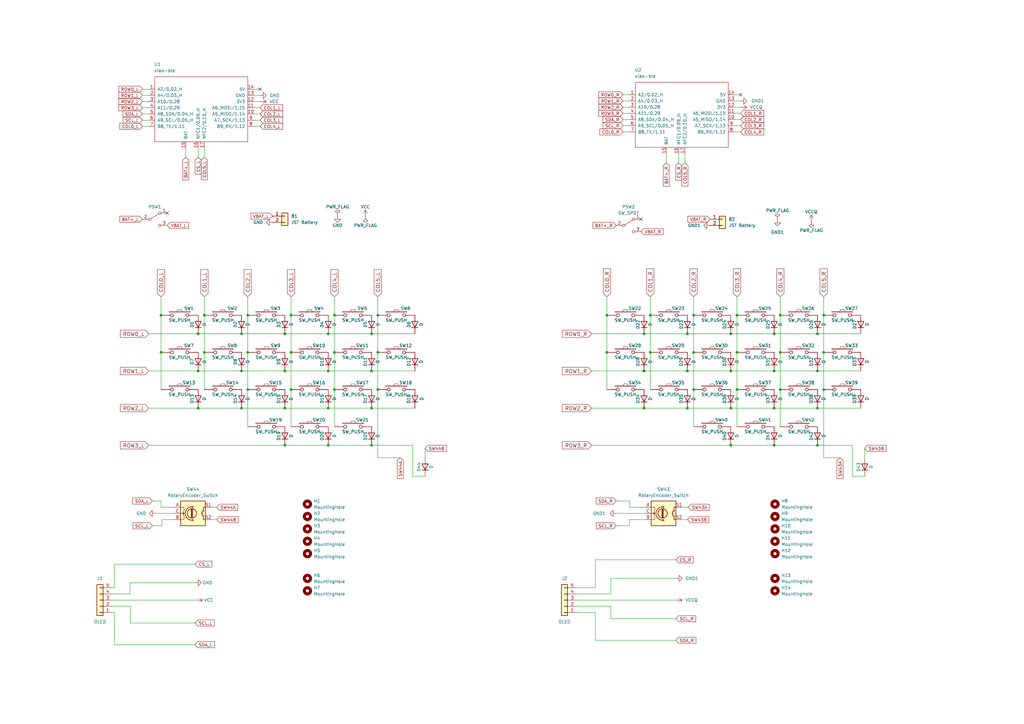
<source format=kicad_sch>
(kicad_sch (version 20231120) (generator "eeschema") (generator_version "8.0")
  (paper "A3")
  (title_block (title "Corne Xiao") (date "2024-09-09") (rev "1.1") (company "Author : Friction"))
  (junction (at 116.84 136.906))
  (junction (at 101.6 144.526))
  (junction (at 317.5 152.146))
  (junction (at 134.62 167.386))
  (junction (at 284.48 159.766))
  (junction (at 299.72 167.386))
  (junction (at 264.16 167.386))
  (junction (at 137.16 159.766))
  (junction (at 264.16 136.906))
  (junction (at 337.82 159.766))
  (junction (at 335.28 152.146))
  (junction (at 152.4 152.146))
  (junction (at 152.4 136.906))
  (junction (at 284.48 144.526))
  (junction (at 154.94 159.766))
  (junction (at 248.92 129.286))
  (junction (at 266.7 144.526))
  (junction (at 116.84 167.386))
  (junction (at 152.4 167.386))
  (junction (at 335.28 136.906))
  (junction (at 83.82 144.526))
  (junction (at 302.26 129.286))
  (junction (at 281.94 167.386))
  (junction (at 134.62 136.906))
  (junction (at 248.92 144.526))
  (junction (at 154.94 129.286))
  (junction (at 81.28 167.386))
  (junction (at 317.5 167.386))
  (junction (at 302.26 159.766))
  (junction (at 266.7 129.286))
  (junction (at 116.84 182.626))
  (junction (at 299.72 182.626))
  (junction (at 134.62 152.146))
  (junction (at 320.04 159.766))
  (junction (at 119.38 144.526))
  (junction (at 119.38 129.286))
  (junction (at 81.28 152.146))
  (junction (at 317.5 182.626))
  (junction (at 81.28 136.906))
  (junction (at 281.94 136.906))
  (junction (at 119.38 159.766))
  (junction (at 137.16 129.286))
  (junction (at 281.94 152.146))
  (junction (at 320.04 144.526))
  (junction (at 154.94 144.526))
  (junction (at 83.82 129.286))
  (junction (at 152.4 182.626))
  (junction (at 101.6 129.286))
  (junction (at 66.04 144.526))
  (junction (at 134.62 182.626))
  (junction (at 99.06 152.146))
  (junction (at 299.72 152.146))
  (junction (at 299.72 136.906))
  (junction (at 337.82 129.286))
  (junction (at 335.28 167.386))
  (junction (at 320.04 129.286))
  (junction (at 66.04 129.286))
  (junction (at 264.16 152.146))
  (junction (at 116.84 152.146))
  (junction (at 302.26 144.526))
  (junction (at 284.48 129.286))
  (junction (at 137.16 144.526))
  (junction (at 99.06 167.386))
  (junction (at 335.28 182.626))
  (junction (at 99.06 136.906))
  (junction (at 101.6 159.766))
  (junction (at 317.5 136.906))
  (junction (at 337.82 144.526))
  (no_connect (at 106.68 36.576))
  (no_connect (at 68.58 87.376))
  (no_connect (at 303.784 38.862))
  (no_connect (at 262.89 89.916))
  (wire (pts (xy 266.7 144.526) (xy 266.7 159.766)))
  (wire (pts (xy 66.04 121.666) (xy 66.04 129.286)))
  (wire (pts (xy 248.92 121.666) (xy 248.92 129.286)))
  (wire (pts (xy 81.28 136.906) (xy 99.06 136.906)))
  (wire (pts (xy 152.4 152.146) (xy 170.18 152.146)))
  (wire (pts (xy 301.244 43.942) (xy 303.784 43.942)))
  (wire (pts (xy 250.5511 248.666) (xy 250.5511 253.746)))
  (wire (pts (xy 337.82 159.766) (xy 337.82 187.706)))
  (wire (pts (xy 236.5811 248.666) (xy 250.5511 248.666)))
  (wire (pts (xy 62.484 205.486) (xy 66.04 205.486)))
  (wire (pts (xy 244.2011 262.636) (xy 277.2211 262.636)))
  (wire (pts (xy 66.04 129.286) (xy 66.04 144.526)))
  (wire (pts (xy 264.16 167.386) (xy 281.94 167.386)))
  (wire (pts (xy 169.2711 195.326) (xy 169.2711 182.626)))
  (wire (pts (xy 119.38 159.766) (xy 119.38 175.006)))
  (wire (pts (xy 250.5511 243.586) (xy 250.5511 237.236)))
  (wire (pts (xy 337.82 187.706) (xy 344.5311 187.706)))
  (wire (pts (xy 137.16 129.286) (xy 137.16 144.526)))
  (wire (pts (xy 264.16 152.146) (xy 281.94 152.146)))
  (wire (pts (xy 301.244 51.562) (xy 303.784 51.562)))
  (wire (pts (xy 335.28 152.146) (xy 353.06 152.146)))
  (wire (pts (xy 134.62 182.626) (xy 152.4 182.626)))
  (wire (pts (xy 99.06 167.386) (xy 116.84 167.386)))
  (wire (pts (xy 81.28 167.386) (xy 99.06 167.386)))
  (wire (pts (xy 317.5 182.626) (xy 335.28 182.626)))
  (wire (pts (xy 244.2011 241.046) (xy 244.2011 229.616)))
  (wire (pts (xy 320.04 159.766) (xy 320.04 175.006)))
  (wire (pts (xy 83.82 60.706) (xy 83.82 64.516)))
  (wire (pts (xy 252.73 205.486) (xy 258.1711 205.486)))
  (wire (pts (xy 101.6 159.766) (xy 101.6 175.006)))
  (wire (pts (xy 46.0811 251.206) (xy 46.99 251.206)))
  (wire (pts (xy 280.924 62.992) (xy 280.924 66.802)))
  (wire (pts (xy 46.99 264.414) (xy 80.01 264.414)))
  (wire (pts (xy 284.48 121.666) (xy 284.48 129.286)))
  (wire (pts (xy 335.28 136.906) (xy 353.06 136.906)))
  (wire (pts (xy 101.6 129.286) (xy 101.6 144.526)))
  (wire (pts (xy 60.96 136.906) (xy 81.28 136.906)))
  (wire (pts (xy 152.4 167.386) (xy 170.18 167.386)))
  (wire (pts (xy 236.5811 243.586) (xy 250.5511 243.586)))
  (wire (pts (xy 236.5811 251.206) (xy 244.2011 251.206)))
  (wire (pts (xy 99.06 152.146) (xy 116.84 152.146)))
  (wire (pts (xy 154.94 144.526) (xy 154.94 159.766)))
  (wire (pts (xy 53.34 243.586) (xy 53.34 239.014)))
  (wire (pts (xy 255.524 51.562) (xy 258.064 51.562)))
  (wire (pts (xy 301.244 54.102) (xy 303.784 54.102)))
  (wire (pts (xy 46.99 231.394) (xy 80.01 231.394)))
  (wire (pts (xy 76.2 60.706) (xy 76.2 64.516)))
  (wire (pts (xy 81.28 60.706) (xy 81.28 64.516)))
  (wire (pts (xy 242.57 152.146) (xy 264.16 152.146)))
  (wire (pts (xy 255.524 54.102) (xy 258.064 54.102)))
  (wire (pts (xy 66.04 208.026) (xy 71.4811 208.026)))
  (wire (pts (xy 58.42 49.276) (xy 60.96 49.276)))
  (wire (pts (xy 299.72 136.906) (xy 317.5 136.906)))
  (wire (pts (xy 66.04 205.486) (xy 66.04 208.026)))
  (wire (pts (xy 66.04 144.526) (xy 66.04 159.766)))
  (wire (pts (xy 317.5 167.386) (xy 335.28 167.386)))
  (wire (pts (xy 242.57 136.906) (xy 264.16 136.906)))
  (wire (pts (xy 119.38 121.666) (xy 119.38 129.286)))
  (wire (pts (xy 174.3511 183.896) (xy 174.3511 187.706)))
  (wire (pts (xy 255.524 49.022) (xy 258.064 49.022)))
  (wire (pts (xy 320.04 129.286) (xy 320.04 144.526)))
  (wire (pts (xy 60.96 182.626) (xy 116.84 182.626)))
  (wire (pts (xy 83.82 144.526) (xy 83.82 159.766)))
  (wire (pts (xy 99.06 136.906) (xy 116.84 136.906)))
  (wire (pts (xy 134.62 136.906) (xy 152.4 136.906)))
  (wire (pts (xy 252.73 215.646) (xy 258.1711 215.646)))
  (wire (pts (xy 302.26 121.666) (xy 302.26 129.286)))
  (wire (pts (xy 248.92 129.286) (xy 248.92 144.526)))
  (wire (pts (xy 284.48 144.526) (xy 284.48 159.766)))
  (wire (pts (xy 264.16 136.906) (xy 281.94 136.906)))
  (wire (pts (xy 266.7 121.666) (xy 266.7 129.286)))
  (wire (pts (xy 46.0811 241.046) (xy 46.99 241.046)))
  (wire (pts (xy 279.7611 213.106) (xy 281.94 213.106)))
  (wire (pts (xy 284.48 159.766) (xy 284.48 175.006)))
  (wire (pts (xy 104.14 49.276) (xy 106.68 49.276)))
  (wire (pts (xy 104.14 41.656) (xy 106.68 41.656)))
  (wire (pts (xy 116.84 182.626) (xy 134.62 182.626)))
  (wire (pts (xy 58.42 36.576) (xy 60.96 36.576)))
  (wire (pts (xy 58.42 44.196) (xy 60.96 44.196)))
  (wire (pts (xy 104.14 39.116) (xy 106.68 39.116)))
  (wire (pts (xy 46.0811 248.666) (xy 53.4869 248.666)))
  (wire (pts (xy 281.94 167.386) (xy 299.72 167.386)))
  (wire (pts (xy 258.1711 208.026) (xy 258.1711 205.486)))
  (wire (pts (xy 152.4 136.906) (xy 170.18 136.906)))
  (wire (pts (xy 58.42 51.816) (xy 60.96 51.816)))
  (wire (pts (xy 255.524 43.942) (xy 258.064 43.942)))
  (wire (pts (xy 354.6911 183.896) (xy 354.6911 187.706)))
  (wire (pts (xy 119.38 129.286) (xy 119.38 144.526)))
  (wire (pts (xy 317.5 152.146) (xy 335.28 152.146)))
  (wire (pts (xy 154.94 159.766) (xy 154.94 187.706)))
  (wire (pts (xy 104.14 36.576) (xy 106.68 36.576)))
  (wire (pts (xy 258.1711 215.646) (xy 258.1711 213.106)))
  (wire (pts (xy 244.2011 229.616) (xy 277.2211 229.616)))
  (wire (pts (xy 81.28 152.146) (xy 99.06 152.146)))
  (wire (pts (xy 46.0811 246.126) (xy 80.518 246.126)))
  (wire (pts (xy 279.7611 208.026) (xy 282.3011 208.026)))
  (wire (pts (xy 255.524 41.402) (xy 258.064 41.402)))
  (wire (pts (xy 349.6111 195.326) (xy 354.6911 195.326)))
  (wire (pts (xy 58.42 41.656) (xy 60.96 41.656)))
  (wire (pts (xy 66.4011 215.646) (xy 66.4011 213.106)))
  (wire (pts (xy 250.5511 237.236) (xy 277.2211 237.236)))
  (wire (pts (xy 236.5811 246.126) (xy 277.2211 246.126)))
  (wire (pts (xy 266.7 129.286) (xy 266.7 144.526)))
  (wire (pts (xy 58.42 39.116) (xy 60.96 39.116)))
  (wire (pts (xy 154.94 187.706) (xy 164.1911 187.706)))
  (wire (pts (xy 349.6111 195.326) (xy 349.6111 182.626)))
  (wire (pts (xy 104.14 46.736) (xy 106.68 46.736)))
  (wire (pts (xy 104.14 51.816) (xy 106.68 51.816)))
  (wire (pts (xy 302.26 159.766) (xy 302.26 175.006)))
  (wire (pts (xy 83.82 129.286) (xy 83.82 144.526)))
  (wire (pts (xy 53.4869 255.524) (xy 80.01 255.524)))
  (wire (pts (xy 317.5 136.906) (xy 335.28 136.906)))
  (wire (pts (xy 255.524 38.862) (xy 258.064 38.862)))
  (wire (pts (xy 66.4011 213.106) (xy 71.4811 213.106)))
  (wire (pts (xy 46.99 251.206) (xy 46.99 264.414)))
  (wire (pts (xy 46.0811 243.586) (xy 53.34 243.586)))
  (wire (pts (xy 83.82 121.666) (xy 83.82 129.286)))
  (wire (pts (xy 337.82 121.666) (xy 337.82 129.286)))
  (wire (pts (xy 53.4869 248.666) (xy 53.4869 255.524)))
  (wire (pts (xy 299.72 182.626) (xy 317.5 182.626)))
  (wire (pts (xy 299.72 152.146) (xy 317.5 152.146)))
  (wire (pts (xy 349.6111 182.626) (xy 335.28 182.626)))
  (wire (pts (xy 101.6 144.526) (xy 101.6 159.766)))
  (wire (pts (xy 255.524 46.482) (xy 258.064 46.482)))
  (wire (pts (xy 116.84 136.906) (xy 134.62 136.906)))
  (wire (pts (xy 302.26 144.526) (xy 302.26 159.766)))
  (wire (pts (xy 337.82 144.526) (xy 337.82 159.766)))
  (wire (pts (xy 302.26 129.286) (xy 302.26 144.526)))
  (wire (pts (xy 301.244 46.482) (xy 303.784 46.482)))
  (wire (pts (xy 119.38 144.526) (xy 119.38 159.766)))
  (wire (pts (xy 301.244 41.402) (xy 303.784 41.402)))
  (wire (pts (xy 281.94 152.146) (xy 299.72 152.146)))
  (wire (pts (xy 299.72 167.386) (xy 317.5 167.386)))
  (wire (pts (xy 46.99 241.046) (xy 46.99 231.394)))
  (wire (pts (xy 62.484 215.646) (xy 66.4011 215.646)))
  (wire (pts (xy 137.16 121.666) (xy 137.16 129.286)))
  (wire (pts (xy 60.96 167.386) (xy 81.28 167.386)))
  (wire (pts (xy 337.82 129.286) (xy 337.82 144.526)))
  (wire (pts (xy 242.57 167.386) (xy 264.16 167.386)))
  (wire (pts (xy 134.62 167.386) (xy 152.4 167.386)))
  (wire (pts (xy 250.5511 253.746) (xy 277.2211 253.746)))
  (wire (pts (xy 58.42 46.736) (xy 60.96 46.736)))
  (wire (pts (xy 320.04 144.526) (xy 320.04 159.766)))
  (wire (pts (xy 169.2711 195.326) (xy 174.3511 195.326)))
  (wire (pts (xy 264.5211 208.026) (xy 258.1711 208.026)))
  (wire (pts (xy 116.84 167.386) (xy 134.62 167.386)))
  (wire (pts (xy 88.9 208.026) (xy 86.7211 208.026)))
  (wire (pts (xy 335.28 167.386) (xy 353.06 167.386)))
  (wire (pts (xy 60.96 152.146) (xy 81.28 152.146)))
  (wire (pts (xy 86.7211 213.106) (xy 88.9 213.106)))
  (wire (pts (xy 320.04 121.666) (xy 320.04 129.286)))
  (wire (pts (xy 101.6 121.666) (xy 101.6 129.286)))
  (wire (pts (xy 104.14 44.196) (xy 106.68 44.196)))
  (wire (pts (xy 242.57 182.626) (xy 299.72 182.626)))
  (wire (pts (xy 154.94 129.286) (xy 154.94 144.526)))
  (wire (pts (xy 273.304 62.992) (xy 273.304 66.802)))
  (wire (pts (xy 236.5811 241.046) (xy 244.2011 241.046)))
  (wire (pts (xy 258.1711 213.106) (xy 264.5211 213.106)))
  (wire (pts (xy 278.384 62.992) (xy 278.384 66.802)))
  (wire (pts (xy 244.2011 251.206) (xy 244.2011 262.636)))
  (wire (pts (xy 303.784 38.862) (xy 301.244 38.862)))
  (wire (pts (xy 137.16 144.526) (xy 137.16 159.766)))
  (wire (pts (xy 63.754 210.566) (xy 71.4811 210.566)))
  (wire (pts (xy 284.48 129.286) (xy 284.48 144.526)))
  (wire (pts (xy 53.34 239.014) (xy 80.01 239.014)))
  (wire (pts (xy 301.244 49.022) (xy 303.784 49.022)))
  (wire (pts (xy 116.84 152.146) (xy 134.62 152.146)))
  (wire (pts (xy 248.92 144.526) (xy 248.92 159.766)))
  (wire (pts (xy 134.62 152.146) (xy 152.4 152.146)))
  (wire (pts (xy 137.16 159.766) (xy 137.16 175.006)))
  (wire (pts (xy 281.94 136.906) (xy 299.72 136.906)))
  (wire (pts (xy 154.94 121.666) (xy 154.94 129.286)))
  (wire (pts (xy 169.2711 182.626) (xy 152.4 182.626)))
  (wire (pts (xy 252.73 210.566) (xy 264.5211 210.566)))
  (global_label "ROW3_R" (shape input) (at 242.57 182.626 180) (effects (font (size 1.524 1.524))) (property "Intersheetrefs" "${INTERSHEET_REFS}" (effects (hide yes))))
  (global_label "SDA_L" (shape input) (at 58.42 46.736 180) (property "Intersheetrefs" "${INTERSHEET_REFS}" (effects (hide yes))))
  (global_label "SCL_R" (shape input) (at 255.524 51.562 180) (property "Intersheetrefs" "${INTERSHEET_REFS}" (effects (hide yes))))
  (global_label "COL0_L" (shape input) (at 66.04 121.666 90) (effects (font (size 1.524 1.524))) (property "Intersheetrefs" "${INTERSHEET_REFS}" (effects (hide yes))))
  (global_label "VBAT_L" (shape input) (at 111.76 88.646 180) (property "Intersheetrefs" "${INTERSHEET_REFS}" (effects (hide yes))))
  (global_label "COL1_L" (shape input) (at 83.82 121.666 90) (effects (font (size 1.524 1.524))) (property "Intersheetrefs" "${INTERSHEET_REFS}" (effects (hide yes))))
  (global_label "ROW3_R" (shape input) (at 255.524 46.482 180) (property "Intersheetrefs" "${INTERSHEET_REFS}" (effects (hide yes))))
  (global_label "ROW0_L" (shape input) (at 60.96 136.906 180) (effects (font (size 1.524 1.524))) (property "Intersheetrefs" "${INTERSHEET_REFS}" (effects (hide yes))))
  (global_label "ROW1_R" (shape input) (at 242.57 152.146 180) (effects (font (size 1.524 1.524))) (property "Intersheetrefs" "${INTERSHEET_REFS}" (effects (hide yes))))
  (global_label "BAT+_L" (shape input) (at 58.42 89.916 180) (property "Intersheetrefs" "${INTERSHEET_REFS}" (effects (hide yes))))
  (global_label "ROW2_L" (shape input) (at 60.96 167.386 180) (effects (font (size 1.524 1.524))) (property "Intersheetrefs" "${INTERSHEET_REFS}" (effects (hide yes))))
  (global_label "ROW1_R" (shape input) (at 255.524 41.402 180) (property "Intersheetrefs" "${INTERSHEET_REFS}" (effects (hide yes))))
  (global_label "ROW1_L" (shape input) (at 58.42 39.116 180) (property "Intersheetrefs" "${INTERSHEET_REFS}" (effects (hide yes))))
  (global_label "COL4_R" (shape input) (at 303.784 54.102 0) (property "Intersheetrefs" "${INTERSHEET_REFS}" (effects (hide yes))))
  (global_label "SDA_R" (shape input) (at 277.2211 262.636 0) (property "Intersheetrefs" "${INTERSHEET_REFS}" (effects (hide yes))))
  (global_label "SW43A" (shape input) (at 282.3011 208.026 0) (property "Intersheetrefs" "${INTERSHEET_REFS}" (effects (hide yes))))
  (global_label "SDA_R" (shape input) (at 252.73 205.486 180) (property "Intersheetrefs" "${INTERSHEET_REFS}" (effects (hide yes))))
  (global_label "VBAT_R" (shape input) (at 262.89 94.996 0) (property "Intersheetrefs" "${INTERSHEET_REFS}" (effects (hide yes))))
  (global_label "ROW1_L" (shape input) (at 60.96 152.146 180) (effects (font (size 1.524 1.524))) (property "Intersheetrefs" "${INTERSHEET_REFS}" (effects (hide yes))))
  (global_label "ROW2_L" (shape input) (at 58.42 41.656 180) (property "Intersheetrefs" "${INTERSHEET_REFS}" (effects (hide yes))))
  (global_label "CS_L" (shape input) (at 80.01 231.394 0) (property "Intersheetrefs" "${INTERSHEET_REFS}" (effects (hide yes))))
  (global_label "SDA_L" (shape input) (at 62.484 205.486 180) (property "Intersheetrefs" "${INTERSHEET_REFS}" (effects (hide yes))))
  (global_label "SW44A" (shape input) (at 88.9 208.026 0) (property "Intersheetrefs" "${INTERSHEET_REFS}" (effects (hide yes))))
  (global_label "COL2_L" (shape input) (at 101.6 121.666 90) (effects (font (size 1.524 1.524))) (property "Intersheetrefs" "${INTERSHEET_REFS}" (effects (hide yes))))
  (global_label "COL4_L" (shape input) (at 106.68 51.816 0) (property "Intersheetrefs" "${INTERSHEET_REFS}" (effects (hide yes))))
  (global_label "SCL_L" (shape input) (at 80.01 255.524 0) (property "Intersheetrefs" "${INTERSHEET_REFS}" (effects (hide yes))))
  (global_label "SW44A" (shape input) (at 164.1911 187.706 270) (property "Intersheetrefs" "${INTERSHEET_REFS}" (effects (hide yes))))
  (global_label "SCL_R" (shape input) (at 277.2211 253.746 0) (property "Intersheetrefs" "${INTERSHEET_REFS}" (effects (hide yes))))
  (global_label "ROW0_R" (shape input) (at 255.524 38.862 180) (property "Intersheetrefs" "${INTERSHEET_REFS}" (effects (hide yes))))
  (global_label "COL0_R" (shape input) (at 248.92 121.666 90) (effects (font (size 1.524 1.524))) (property "Intersheetrefs" "${INTERSHEET_REFS}" (effects (hide yes))))
  (global_label "ROW0_R" (shape input) (at 242.57 136.906 180) (effects (font (size 1.524 1.524))) (property "Intersheetrefs" "${INTERSHEET_REFS}" (effects (hide yes))))
  (global_label "COL3_L" (shape input) (at 106.68 49.276 0) (property "Intersheetrefs" "${INTERSHEET_REFS}" (effects (hide yes))))
  (global_label "COL5_L" (shape input) (at 83.82 64.516 270) (property "Intersheetrefs" "${INTERSHEET_REFS}" (effects (hide yes))))
  (global_label "BAT+_R" (shape input) (at 273.304 66.802 270) (property "Intersheetrefs" "${INTERSHEET_REFS}" (effects (hide yes))))
  (global_label "SCL_R" (shape input) (at 252.73 215.646 180) (property "Intersheetrefs" "${INTERSHEET_REFS}" (effects (hide yes))))
  (global_label "COL2_L" (shape input) (at 106.68 46.736 0) (property "Intersheetrefs" "${INTERSHEET_REFS}" (effects (hide yes))))
  (global_label "SCL_L" (shape input) (at 62.484 215.646 180) (property "Intersheetrefs" "${INTERSHEET_REFS}" (effects (hide yes))))
  (global_label "COL2_R" (shape input) (at 303.784 49.022 0) (property "Intersheetrefs" "${INTERSHEET_REFS}" (effects (hide yes))))
  (global_label "COL5_R" (shape input) (at 337.82 121.666 90) (effects (font (size 1.524 1.524))) (property "Intersheetrefs" "${INTERSHEET_REFS}" (effects (hide yes))))
  (global_label "COL5_L" (shape input) (at 154.94 121.666 90) (effects (font (size 1.524 1.524))) (property "Intersheetrefs" "${INTERSHEET_REFS}" (effects (hide yes))))
  (global_label "SW44B" (shape input) (at 174.3511 183.896 0) (property "Intersheetrefs" "${INTERSHEET_REFS}" (effects (hide yes))))
  (global_label "ROW3_L" (shape input) (at 58.42 44.196 180) (property "Intersheetrefs" "${INTERSHEET_REFS}" (effects (hide yes))))
  (global_label "BAT+_L" (shape input) (at 76.2 64.516 270) (property "Intersheetrefs" "${INTERSHEET_REFS}" (effects (hide yes))))
  (global_label "VBAT_R" (shape input) (at 291.1911 89.916 180) (property "Intersheetrefs" "${INTERSHEET_REFS}" (effects (hide yes))))
  (global_label "ROW3_L" (shape input) (at 60.96 182.626 180) (effects (font (size 1.524 1.524))) (property "Intersheetrefs" "${INTERSHEET_REFS}" (effects (hide yes))))
  (global_label "COL4_L" (shape input) (at 137.16 121.666 90) (effects (font (size 1.524 1.524))) (property "Intersheetrefs" "${INTERSHEET_REFS}" (effects (hide yes))))
  (global_label "SDA_L" (shape input) (at 80.01 264.414 0) (property "Intersheetrefs" "${INTERSHEET_REFS}" (effects (hide yes))))
  (global_label "SW43A" (shape input) (at 344.5311 187.706 270) (property "Intersheetrefs" "${INTERSHEET_REFS}" (effects (hide yes))))
  (global_label "CS_R" (shape input) (at 277.2211 229.616 0) (property "Intersheetrefs" "${INTERSHEET_REFS}" (effects (hide yes))))
  (global_label "COL4_R" (shape input) (at 320.04 121.666 90) (effects (font (size 1.524 1.524))) (property "Intersheetrefs" "${INTERSHEET_REFS}" (effects (hide yes))))
  (global_label "ROW0_L" (shape input) (at 58.42 36.576 180) (property "Intersheetrefs" "${INTERSHEET_REFS}" (effects (hide yes))))
  (global_label "COL1_R" (shape input) (at 266.7 121.666 90) (effects (font (size 1.524 1.524))) (property "Intersheetrefs" "${INTERSHEET_REFS}" (effects (hide yes))))
  (global_label "CS_L" (shape input) (at 81.28 64.516 270) (property "Intersheetrefs" "${INTERSHEET_REFS}" (effects (hide yes))))
  (global_label "CS_R" (shape input) (at 278.384 66.802 270) (property "Intersheetrefs" "${INTERSHEET_REFS}" (effects (hide yes))))
  (global_label "COL3_R" (shape input) (at 303.784 51.562 0) (property "Intersheetrefs" "${INTERSHEET_REFS}" (effects (hide yes))))
  (global_label "ROW2_R" (shape input) (at 242.57 167.386 180) (effects (font (size 1.524 1.524))) (property "Intersheetrefs" "${INTERSHEET_REFS}" (effects (hide yes))))
  (global_label "SCL_L" (shape input) (at 58.42 49.276 180) (property "Intersheetrefs" "${INTERSHEET_REFS}" (effects (hide yes))))
  (global_label "SDA_R" (shape input) (at 255.524 49.022 180) (property "Intersheetrefs" "${INTERSHEET_REFS}" (effects (hide yes))))
  (global_label "COL1_L" (shape input) (at 106.68 44.196 0) (property "Intersheetrefs" "${INTERSHEET_REFS}" (effects (hide yes))))
  (global_label "COL2_R" (shape input) (at 284.48 121.666 90) (effects (font (size 1.524 1.524))) (property "Intersheetrefs" "${INTERSHEET_REFS}" (effects (hide yes))))
  (global_label "SW44B" (shape input) (at 88.9 213.106 0) (property "Intersheetrefs" "${INTERSHEET_REFS}" (effects (hide yes))))
  (global_label "COL3_R" (shape input) (at 302.26 121.666 90) (effects (font (size 1.524 1.524))) (property "Intersheetrefs" "${INTERSHEET_REFS}" (effects (hide yes))))
  (global_label "SW43B" (shape input) (at 281.94 213.106 0) (property "Intersheetrefs" "${INTERSHEET_REFS}" (effects (hide yes))))
  (global_label "VBAT_L" (shape input) (at 68.58 92.456 0) (property "Intersheetrefs" "${INTERSHEET_REFS}" (effects (hide yes))))
  (global_label "SW43B" (shape input) (at 354.6911 183.896 0) (property "Intersheetrefs" "${INTERSHEET_REFS}" (effects (hide yes))))
  (global_label "COL1_R" (shape input) (at 303.784 46.482 0) (property "Intersheetrefs" "${INTERSHEET_REFS}" (effects (hide yes))))
  (global_label "ROW2_R" (shape input) (at 255.524 43.942 180) (property "Intersheetrefs" "${INTERSHEET_REFS}" (effects (hide yes))))
  (global_label "COL0_L" (shape input) (at 58.42 51.816 180) (property "Intersheetrefs" "${INTERSHEET_REFS}" (effects (hide yes))))
  (global_label "BAT+_R" (shape input) (at 252.73 92.456 180) (property "Intersheetrefs" "${INTERSHEET_REFS}" (effects (hide yes))))
  (global_label "COL0_R" (shape input) (at 255.524 54.102 180) (property "Intersheetrefs" "${INTERSHEET_REFS}" (effects (hide yes))))
  (global_label "COL5_R" (shape input) (at 280.924 66.802 270) (property "Intersheetrefs" "${INTERSHEET_REFS}" (effects (hide yes))))
  (global_label "COL3_L" (shape input) (at 119.38 121.666 90) (effects (font (size 1.524 1.524))) (property "Intersheetrefs" "${INTERSHEET_REFS}" (effects (hide yes))))
  (symbol (lib_id "kbd:SW_PUSH") (at 91.44 129.286 0) (unit 1)
    (property "Reference" "SW2" (at 95.25 126.492 0))
    (property "Value" "SW_PUSH" (at 91.44 131.318 0))
    (property "Footprint" "kbd:CherryMX_Hotswap" (effects (hide yes)))
  )
  (symbol (lib_id "Device:D") (at 99.06 133.096 90) (unit 1)
    (property "Reference" "D2" (at 96.52 133.096 0))
    (property "Value" "D" (at 101.6 133.096 0))
    (property "Footprint" "kbd:D3_SMD_v2" (effects (hide yes)))
  )
  (symbol (lib_id "kbd:SW_PUSH") (at 109.22 129.286 0) (unit 1)
    (property "Reference" "SW3" (at 113.03 126.492 0))
    (property "Value" "SW_PUSH" (at 109.22 131.318 0))
    (property "Footprint" "kbd:CherryMX_Hotswap" (effects (hide yes)))
  )
  (symbol (lib_id "Device:D") (at 116.84 133.096 90) (unit 1)
    (property "Reference" "D3" (at 114.3 133.096 0))
    (property "Value" "D" (at 119.38 133.096 0))
    (property "Footprint" "kbd:D3_SMD_v2" (effects (hide yes)))
  )
  (symbol (lib_id "kbd:SW_PUSH") (at 127 129.286 0) (unit 1)
    (property "Reference" "SW4" (at 130.81 126.492 0))
    (property "Value" "SW_PUSH" (at 127 131.318 0))
    (property "Footprint" "kbd:CherryMX_Hotswap" (effects (hide yes)))
  )
  (symbol (lib_id "kbd:SW_PUSH") (at 144.78 129.286 0) (unit 1)
    (property "Reference" "SW5" (at 148.59 126.492 0))
    (property "Value" "SW_PUSH" (at 144.78 131.318 0))
    (property "Footprint" "kbd:CherryMX_Hotswap" (effects (hide yes)))
  )
  (symbol (lib_id "kbd:SW_PUSH") (at 162.56 129.286 0) (unit 1)
    (property "Reference" "SW6" (at 166.37 126.492 0))
    (property "Value" "SW_PUSH" (at 162.56 131.318 0))
    (property "Footprint" "kbd:CherryMX_Hotswap" (effects (hide yes)))
  )
  (symbol (lib_id "Device:D") (at 134.62 133.096 90) (unit 1)
    (property "Reference" "D4" (at 132.08 133.096 0))
    (property "Value" "D" (at 137.16 133.096 0))
    (property "Footprint" "kbd:D3_SMD_v2" (effects (hide yes)))
  )
  (symbol (lib_id "Device:D") (at 152.4 133.096 90) (unit 1)
    (property "Reference" "D5" (at 149.86 133.096 0))
    (property "Value" "D" (at 154.94 133.096 0))
    (property "Footprint" "kbd:D3_SMD_v2" (effects (hide yes)))
  )
  (symbol (lib_id "Device:D") (at 170.18 133.096 90) (unit 1)
    (property "Reference" "D6" (at 167.64 133.096 0))
    (property "Value" "D" (at 172.72 133.096 0))
    (property "Footprint" "kbd:D3_SMD_v2" (effects (hide yes)))
  )
  (symbol (lib_id "kbd:SW_PUSH") (at 73.66 129.286 0) (unit 1)
    (property "Reference" "SW1" (at 77.47 126.492 0))
    (property "Value" "SW_PUSH" (at 73.66 131.318 0))
    (property "Footprint" "kbd:CherryMX_Hotswap" (effects (hide yes)))
  )
  (symbol (lib_id "Device:D") (at 81.28 133.096 90) (unit 1)
    (property "Reference" "D1" (at 78.74 133.096 0))
    (property "Value" "D" (at 83.82 133.096 0))
    (property "Footprint" "kbd:D3_SMD_v2" (effects (hide yes)))
  )
  (symbol (lib_id "kbd:SW_PUSH") (at 91.44 144.526 0) (unit 1)
    (property "Reference" "SW8" (at 95.25 141.732 0))
    (property "Value" "SW_PUSH" (at 91.44 146.558 0))
    (property "Footprint" "kbd:CherryMX_Hotswap" (effects (hide yes)))
  )
  (symbol (lib_id "Device:D") (at 99.06 148.336 90) (unit 1)
    (property "Reference" "D8" (at 96.52 148.336 0))
    (property "Value" "D" (at 101.6 148.336 0))
    (property "Footprint" "kbd:D3_SMD_v2" (effects (hide yes)))
  )
  (symbol (lib_id "kbd:SW_PUSH") (at 109.22 144.526 0) (unit 1)
    (property "Reference" "SW9" (at 113.03 141.732 0))
    (property "Value" "SW_PUSH" (at 109.22 146.558 0))
    (property "Footprint" "kbd:CherryMX_Hotswap" (effects (hide yes)))
  )
  (symbol (lib_id "Device:D") (at 116.84 148.336 90) (unit 1)
    (property "Reference" "D9" (at 114.3 148.336 0))
    (property "Value" "D" (at 119.38 148.336 0))
    (property "Footprint" "kbd:D3_SMD_v2" (effects (hide yes)))
  )
  (symbol (lib_id "kbd:SW_PUSH") (at 127 144.526 0) (unit 1)
    (property "Reference" "SW10" (at 130.81 141.732 0))
    (property "Value" "SW_PUSH" (at 127 146.558 0))
    (property "Footprint" "kbd:CherryMX_Hotswap" (effects (hide yes)))
  )
  (symbol (lib_id "kbd:SW_PUSH") (at 144.78 144.526 0) (unit 1)
    (property "Reference" "SW11" (at 148.59 141.732 0))
    (property "Value" "SW_PUSH" (at 144.78 146.558 0))
    (property "Footprint" "kbd:CherryMX_Hotswap" (effects (hide yes)))
  )
  (symbol (lib_id "kbd:SW_PUSH") (at 162.56 144.526 0) (unit 1)
    (property "Reference" "SW12" (at 166.37 141.732 0))
    (property "Value" "SW_PUSH" (at 162.56 146.558 0))
    (property "Footprint" "kbd:CherryMX_Hotswap" (effects (hide yes)))
  )
  (symbol (lib_id "Device:D") (at 134.62 148.336 90) (unit 1)
    (property "Reference" "D10" (at 132.08 148.336 0))
    (property "Value" "D" (at 137.16 148.336 0))
    (property "Footprint" "kbd:D3_SMD_v2" (effects (hide yes)))
  )
  (symbol (lib_id "Device:D") (at 152.4 148.336 90) (unit 1)
    (property "Reference" "D11" (at 149.86 148.336 0))
    (property "Value" "D" (at 154.94 148.336 0))
    (property "Footprint" "kbd:D3_SMD_v2" (effects (hide yes)))
  )
  (symbol (lib_id "Device:D") (at 170.18 148.336 90) (unit 1)
    (property "Reference" "D12" (at 167.64 148.336 0))
    (property "Value" "D" (at 172.72 148.336 0))
    (property "Footprint" "kbd:D3_SMD_v2" (effects (hide yes)))
  )
  (symbol (lib_id "kbd:SW_PUSH") (at 73.66 144.526 0) (unit 1)
    (property "Reference" "SW7" (at 77.47 141.732 0))
    (property "Value" "SW_PUSH" (at 73.66 146.558 0))
    (property "Footprint" "kbd:CherryMX_Hotswap" (effects (hide yes)))
  )
  (symbol (lib_id "Device:D") (at 81.28 148.336 90) (unit 1)
    (property "Reference" "D7" (at 78.74 148.336 0))
    (property "Value" "D" (at 83.82 148.336 0))
    (property "Footprint" "kbd:D3_SMD_v2" (effects (hide yes)))
  )
  (symbol (lib_id "kbd:SW_PUSH") (at 91.44 159.766 0) (unit 1)
    (property "Reference" "SW14" (at 95.25 156.972 0))
    (property "Value" "SW_PUSH" (at 91.44 161.798 0))
    (property "Footprint" "kbd:CherryMX_Hotswap" (effects (hide yes)))
  )
  (symbol (lib_id "Device:D") (at 99.06 163.576 90) (unit 1)
    (property "Reference" "D14" (at 96.52 163.576 0))
    (property "Value" "D" (at 101.6 163.576 0))
    (property "Footprint" "kbd:D3_SMD_v2" (effects (hide yes)))
  )
  (symbol (lib_id "kbd:SW_PUSH") (at 109.22 159.766 0) (unit 1)
    (property "Reference" "SW15" (at 113.03 156.972 0))
    (property "Value" "SW_PUSH" (at 109.22 161.798 0))
    (property "Footprint" "kbd:CherryMX_Hotswap" (effects (hide yes)))
  )
  (symbol (lib_id "Device:D") (at 116.84 163.576 90) (unit 1)
    (property "Reference" "D15" (at 114.3 163.576 0))
    (property "Value" "D" (at 119.38 163.576 0))
    (property "Footprint" "kbd:D3_SMD_v2" (effects (hide yes)))
  )
  (symbol (lib_id "kbd:SW_PUSH") (at 127 159.766 0) (unit 1)
    (property "Reference" "SW16" (at 130.81 156.972 0))
    (property "Value" "SW_PUSH" (at 127 161.798 0))
    (property "Footprint" "kbd:CherryMX_Hotswap" (effects (hide yes)))
  )
  (symbol (lib_id "kbd:SW_PUSH") (at 144.78 159.766 0) (unit 1)
    (property "Reference" "SW17" (at 148.59 156.972 0))
    (property "Value" "SW_PUSH" (at 144.78 161.798 0))
    (property "Footprint" "kbd:CherryMX_Hotswap" (effects (hide yes)))
  )
  (symbol (lib_id "kbd:SW_PUSH") (at 162.56 159.766 0) (unit 1)
    (property "Reference" "SW18" (at 166.37 156.972 0))
    (property "Value" "SW_PUSH" (at 162.56 161.798 0))
    (property "Footprint" "kbd:CherryMX_Hotswap" (effects (hide yes)))
  )
  (symbol (lib_id "Device:D") (at 134.62 163.576 90) (unit 1)
    (property "Reference" "D16" (at 132.08 163.576 0))
    (property "Value" "D" (at 137.16 163.576 0))
    (property "Footprint" "kbd:D3_SMD_v2" (effects (hide yes)))
  )
  (symbol (lib_id "Device:D") (at 152.4 163.576 90) (unit 1)
    (property "Reference" "D17" (at 149.86 163.576 0))
    (property "Value" "D" (at 154.94 163.576 0))
    (property "Footprint" "kbd:D3_SMD_v2" (effects (hide yes)))
  )
  (symbol (lib_id "Device:D") (at 170.18 163.576 90) (unit 1)
    (property "Reference" "D18" (at 167.64 163.576 0))
    (property "Value" "D" (at 172.974 163.576 0))
    (property "Footprint" "kbd:D3_SMD_v2" (effects (hide yes)))
  )
  (symbol (lib_id "kbd:SW_PUSH") (at 73.66 159.766 0) (unit 1)
    (property "Reference" "SW13" (at 77.47 156.972 0))
    (property "Value" "SW_PUSH" (at 73.66 161.798 0))
    (property "Footprint" "kbd:CherryMX_Hotswap" (effects (hide yes)))
  )
  (symbol (lib_id "Device:D") (at 81.28 163.576 90) (unit 1)
    (property "Reference" "D13" (at 78.74 163.576 0))
    (property "Value" "D" (at 83.82 163.576 0))
    (property "Footprint" "kbd:D3_SMD_v2" (effects (hide yes)))
  )
  (symbol (lib_id "kbd:SW_PUSH") (at 127 175.006 0) (unit 1)
    (property "Reference" "SW20" (at 130.81 172.212 0))
    (property "Value" "SW_PUSH" (at 127 177.038 0))
    (property "Footprint" "kbd:CherryMX_Hotswap" (effects (hide yes)))
  )
  (symbol (lib_id "Device:D") (at 134.62 178.816 90) (unit 1)
    (property "Reference" "D20" (at 132.08 178.816 0))
    (property "Value" "D" (at 137.16 178.816 0))
    (property "Footprint" "kbd:D3_SMD_v2" (effects (hide yes)))
  )
  (symbol (lib_id "kbd:SW_PUSH") (at 144.78 175.006 0) (unit 1)
    (property "Reference" "SW21" (at 148.59 172.212 0))
    (property "Value" "SW_PUSH" (at 144.78 177.038 0))
    (property "Footprint" "kbd:CherryMX_Hotswap_1.5u" (effects (hide yes)))
  )
  (symbol (lib_id "Device:D") (at 152.4 178.816 90) (unit 1)
    (property "Reference" "D21" (at 149.86 178.816 0))
    (property "Value" "D" (at 154.94 178.816 0))
    (property "Footprint" "kbd:D3_SMD_v2" (effects (hide yes)))
  )
  (symbol (lib_id "kbd:SW_PUSH") (at 109.22 175.006 0) (unit 1)
    (property "Reference" "SW19" (at 113.03 172.212 0))
    (property "Value" "SW_PUSH" (at 109.22 177.038 0))
    (property "Footprint" "kbd:CherryMX_Hotswap" (effects (hide yes)))
  )
  (symbol (lib_id "Device:D") (at 116.84 178.816 90) (unit 1)
    (property "Reference" "D19" (at 114.3 178.816 0))
    (property "Value" "D" (at 119.38 178.816 0))
    (property "Footprint" "kbd:D3_SMD_v2" (effects (hide yes)))
  )
  (symbol (lib_id "kbd:SW_PUSH") (at 274.32 129.286 0) (unit 1)
    (property "Reference" "SW23" (at 278.13 126.492 0))
    (property "Value" "SW_PUSH" (at 274.32 131.318 0))
    (property "Footprint" "kbd:CherryMX_Hotswap" (effects (hide yes)))
  )
  (symbol (lib_id "Device:D") (at 281.94 133.096 90) (unit 1)
    (property "Reference" "D23" (at 279.4 133.096 0))
    (property "Value" "D" (at 284.48 133.096 0))
    (property "Footprint" "kbd:D3_SMD_v2" (effects (hide yes)))
  )
  (symbol (lib_id "kbd:SW_PUSH") (at 292.1 129.286 0) (unit 1)
    (property "Reference" "SW24" (at 295.91 126.492 0))
    (property "Value" "SW_PUSH" (at 292.1 131.318 0))
    (property "Footprint" "kbd:CherryMX_Hotswap" (effects (hide yes)))
  )
  (symbol (lib_id "Device:D") (at 299.72 133.096 90) (unit 1)
    (property "Reference" "D24" (at 297.18 133.096 0))
    (property "Value" "D" (at 302.26 133.096 0))
    (property "Footprint" "kbd:D3_SMD_v2" (effects (hide yes)))
  )
  (symbol (lib_id "kbd:SW_PUSH") (at 309.88 129.286 0) (unit 1)
    (property "Reference" "SW25" (at 313.69 126.492 0))
    (property "Value" "SW_PUSH" (at 309.88 131.318 0))
    (property "Footprint" "kbd:CherryMX_Hotswap" (effects (hide yes)))
  )
  (symbol (lib_id "kbd:SW_PUSH") (at 327.66 129.286 0) (unit 1)
    (property "Reference" "SW26" (at 331.47 126.492 0))
    (property "Value" "SW_PUSH" (at 327.66 131.318 0))
    (property "Footprint" "kbd:CherryMX_Hotswap" (effects (hide yes)))
  )
  (symbol (lib_id "kbd:SW_PUSH") (at 345.44 129.286 0) (unit 1)
    (property "Reference" "SW27" (at 349.25 126.492 0))
    (property "Value" "SW_PUSH" (at 345.44 131.318 0))
    (property "Footprint" "kbd:CherryMX_Hotswap" (effects (hide yes)))
  )
  (symbol (lib_id "Device:D") (at 317.5 133.096 90) (unit 1)
    (property "Reference" "D25" (at 314.96 133.096 0))
    (property "Value" "D" (at 320.04 133.096 0))
    (property "Footprint" "kbd:D3_SMD_v2" (effects (hide yes)))
  )
  (symbol (lib_id "Device:D") (at 335.28 133.096 90) (unit 1)
    (property "Reference" "D26" (at 332.74 133.096 0))
    (property "Value" "D" (at 337.82 133.096 0))
    (property "Footprint" "kbd:D3_SMD_v2" (effects (hide yes)))
  )
  (symbol (lib_id "Device:D") (at 353.06 133.096 90) (unit 1)
    (property "Reference" "D27" (at 350.52 133.096 0))
    (property "Value" "D" (at 355.6 133.096 0))
    (property "Footprint" "kbd:D3_SMD_v2" (effects (hide yes)))
  )
  (symbol (lib_id "kbd:SW_PUSH") (at 256.54 129.286 0) (unit 1)
    (property "Reference" "SW22" (at 260.35 126.492 0))
    (property "Value" "SW_PUSH" (at 256.54 131.318 0))
    (property "Footprint" "kbd:CherryMX_Hotswap" (effects (hide yes)))
  )
  (symbol (lib_id "Device:D") (at 264.16 133.096 90) (unit 1)
    (property "Reference" "D22" (at 261.62 133.096 0))
    (property "Value" "D" (at 266.7 133.096 0))
    (property "Footprint" "kbd:D3_SMD_v2" (effects (hide yes)))
  )
  (symbol (lib_id "kbd:SW_PUSH") (at 274.32 144.526 0) (unit 1)
    (property "Reference" "SW29" (at 278.13 141.732 0))
    (property "Value" "SW_PUSH" (at 274.32 146.558 0))
    (property "Footprint" "kbd:CherryMX_Hotswap" (effects (hide yes)))
  )
  (symbol (lib_id "Device:D") (at 281.94 148.336 90) (unit 1)
    (property "Reference" "D29" (at 279.4 148.336 0))
    (property "Value" "D" (at 284.48 148.336 0))
    (property "Footprint" "kbd:D3_SMD_v2" (effects (hide yes)))
  )
  (symbol (lib_id "kbd:SW_PUSH") (at 292.1 144.526 0) (unit 1)
    (property "Reference" "SW30" (at 295.91 141.732 0))
    (property "Value" "SW_PUSH" (at 292.1 146.558 0))
    (property "Footprint" "kbd:CherryMX_Hotswap" (effects (hide yes)))
  )
  (symbol (lib_id "Device:D") (at 299.72 148.336 90) (unit 1)
    (property "Reference" "D30" (at 297.18 148.336 0))
    (property "Value" "D" (at 302.26 148.336 0))
    (property "Footprint" "kbd:D3_SMD_v2" (effects (hide yes)))
  )
  (symbol (lib_id "kbd:SW_PUSH") (at 309.88 144.526 0) (unit 1)
    (property "Reference" "SW31" (at 313.69 141.732 0))
    (property "Value" "SW_PUSH" (at 309.88 146.558 0))
    (property "Footprint" "kbd:CherryMX_Hotswap" (effects (hide yes)))
  )
  (symbol (lib_id "kbd:SW_PUSH") (at 327.66 144.526 0) (unit 1)
    (property "Reference" "SW32" (at 331.47 141.732 0))
    (property "Value" "SW_PUSH" (at 327.66 146.558 0))
    (property "Footprint" "kbd:CherryMX_Hotswap" (effects (hide yes)))
  )
  (symbol (lib_id "kbd:SW_PUSH") (at 345.44 144.526 0) (unit 1)
    (property "Reference" "SW33" (at 349.25 141.732 0))
    (property "Value" "SW_PUSH" (at 345.44 146.558 0))
    (property "Footprint" "kbd:CherryMX_Hotswap" (effects (hide yes)))
  )
  (symbol (lib_id "Device:D") (at 317.5 148.336 90) (unit 1)
    (property "Reference" "D31" (at 314.96 148.336 0))
    (property "Value" "D" (at 320.04 148.336 0))
    (property "Footprint" "kbd:D3_SMD_v2" (effects (hide yes)))
  )
  (symbol (lib_id "Device:D") (at 335.28 148.336 90) (unit 1)
    (property "Reference" "D32" (at 332.74 148.336 0))
    (property "Value" "D" (at 337.82 148.336 0))
    (property "Footprint" "kbd:D3_SMD_v2" (effects (hide yes)))
  )
  (symbol (lib_id "Device:D") (at 353.06 148.336 90) (unit 1)
    (property "Reference" "D33" (at 350.52 148.336 0))
    (property "Value" "D" (at 355.6 148.336 0))
    (property "Footprint" "kbd:D3_SMD_v2" (effects (hide yes)))
  )
  (symbol (lib_id "kbd:SW_PUSH") (at 256.54 144.526 0) (unit 1)
    (property "Reference" "SW28" (at 260.35 141.732 0))
    (property "Value" "SW_PUSH" (at 256.54 146.558 0))
    (property "Footprint" "kbd:CherryMX_Hotswap" (effects (hide yes)))
  )
  (symbol (lib_id "Device:D") (at 264.16 148.336 90) (unit 1)
    (property "Reference" "D28" (at 261.62 148.336 0))
    (property "Value" "D" (at 266.7 148.336 0))
    (property "Footprint" "kbd:D3_SMD_v2" (effects (hide yes)))
  )
  (symbol (lib_id "kbd:SW_PUSH") (at 274.32 159.766 0) (unit 1)
    (property "Reference" "SW35" (at 278.13 156.972 0))
    (property "Value" "SW_PUSH" (at 274.32 161.798 0))
    (property "Footprint" "kbd:CherryMX_Hotswap" (effects (hide yes)))
  )
  (symbol (lib_id "Device:D") (at 281.94 163.576 90) (unit 1)
    (property "Reference" "D35" (at 279.4 163.576 0))
    (property "Value" "D" (at 284.48 163.576 0))
    (property "Footprint" "kbd:D3_SMD_v2" (effects (hide yes)))
  )
  (symbol (lib_id "kbd:SW_PUSH") (at 292.1 159.766 0) (unit 1)
    (property "Reference" "SW36" (at 295.91 156.972 0))
    (property "Value" "SW_PUSH" (at 292.1 161.798 0))
    (property "Footprint" "kbd:CherryMX_Hotswap" (effects (hide yes)))
  )
  (symbol (lib_id "Device:D") (at 299.72 163.576 90) (unit 1)
    (property "Reference" "D36" (at 297.18 163.576 0))
    (property "Value" "D" (at 302.26 163.576 0))
    (property "Footprint" "kbd:D3_SMD_v2" (effects (hide yes)))
  )
  (symbol (lib_id "kbd:SW_PUSH") (at 309.88 159.766 0) (unit 1)
    (property "Reference" "SW37" (at 313.69 156.972 0))
    (property "Value" "SW_PUSH" (at 309.88 161.798 0))
    (property "Footprint" "kbd:CherryMX_Hotswap" (effects (hide yes)))
  )
  (symbol (lib_id "kbd:SW_PUSH") (at 327.66 159.766 0) (unit 1)
    (property "Reference" "SW38" (at 331.47 156.972 0))
    (property "Value" "SW_PUSH" (at 327.66 161.798 0))
    (property "Footprint" "kbd:CherryMX_Hotswap" (effects (hide yes)))
  )
  (symbol (lib_id "kbd:SW_PUSH") (at 345.44 159.766 0) (unit 1)
    (property "Reference" "SW39" (at 349.25 156.972 0))
    (property "Value" "SW_PUSH" (at 345.44 161.798 0))
    (property "Footprint" "kbd:CherryMX_Hotswap" (effects (hide yes)))
  )
  (symbol (lib_id "Device:D") (at 317.5 163.576 90) (unit 1)
    (property "Reference" "D37" (at 314.96 163.576 0))
    (property "Value" "D" (at 320.04 163.576 0))
    (property "Footprint" "kbd:D3_SMD_v2" (effects (hide yes)))
  )
  (symbol (lib_id "Device:D") (at 335.28 163.576 90) (unit 1)
    (property "Reference" "D38" (at 332.74 163.576 0))
    (property "Value" "D" (at 337.82 163.576 0))
    (property "Footprint" "kbd:D3_SMD_v2" (effects (hide yes)))
  )
  (symbol (lib_id "Device:D") (at 353.06 163.576 90) (unit 1)
    (property "Reference" "D39" (at 350.52 163.576 0))
    (property "Value" "D" (at 355.6 163.576 0))
    (property "Footprint" "kbd:D3_SMD_v2" (effects (hide yes)))
  )
  (symbol (lib_id "kbd:SW_PUSH") (at 256.54 159.766 0) (unit 1)
    (property "Reference" "SW34" (at 260.35 156.972 0))
    (property "Value" "SW_PUSH" (at 256.54 161.798 0))
    (property "Footprint" "kbd:CherryMX_Hotswap" (effects (hide yes)))
  )
  (symbol (lib_id "Device:D") (at 264.16 163.576 90) (unit 1)
    (property "Reference" "D34" (at 261.62 163.576 0))
    (property "Value" "D" (at 266.7 163.576 0))
    (property "Footprint" "kbd:D3_SMD_v2" (effects (hide yes)))
  )
  (symbol (lib_id "kbd:SW_PUSH") (at 309.88 175.006 0) (unit 1)
    (property "Reference" "SW41" (at 313.69 172.212 0))
    (property "Value" "SW_PUSH" (at 309.88 177.038 0))
    (property "Footprint" "kbd:CherryMX_Hotswap" (effects (hide yes)))
  )
  (symbol (lib_id "Device:D") (at 317.5 178.816 90) (unit 1)
    (property "Reference" "D41" (at 314.96 178.816 0))
    (property "Value" "D" (at 320.04 178.816 0))
    (property "Footprint" "kbd:D3_SMD_v2" (effects (hide yes)))
  )
  (symbol (lib_id "kbd:SW_PUSH") (at 327.66 175.006 0) (unit 1)
    (property "Reference" "SW42" (at 331.47 172.212 0))
    (property "Value" "SW_PUSH" (at 327.66 177.038 0))
    (property "Footprint" "kbd:CherryMX_Hotswap_1.5u" (effects (hide yes)))
  )
  (symbol (lib_id "Device:D") (at 335.28 178.816 90) (unit 1)
    (property "Reference" "D42" (at 332.74 178.816 0))
    (property "Value" "D" (at 337.82 178.816 0))
    (property "Footprint" "kbd:D3_SMD_v2" (effects (hide yes)))
  )
  (symbol (lib_id "kbd:SW_PUSH") (at 292.1 175.006 0) (unit 1)
    (property "Reference" "SW40" (at 295.91 172.212 0))
    (property "Value" "SW_PUSH" (at 292.1 177.038 0))
    (property "Footprint" "kbd:CherryMX_Hotswap" (effects (hide yes)))
  )
  (symbol (lib_id "Device:D") (at 299.72 178.816 90) (unit 1)
    (property "Reference" "D40" (at 297.18 178.816 0))
    (property "Value" "D" (at 302.26 178.816 0))
    (property "Footprint" "kbd:D3_SMD_v2" (effects (hide yes)))
  )
  (symbol (lib_id "Mechanical:MountingHole") (at 317.8611 216.916 0) (unit 1)
    (property "Reference" "H10" (at 320.4011 215.646 0) (effects (justify left)))
    (property "Value" "MountingHole" (at 320.4011 218.186 0) (effects (justify left)))
    (property "Footprint" "kbd:M2_HOLE_v2" (effects (hide yes)))
  )
  (symbol (lib_id "Mechanical:MountingHole") (at 317.8611 227.076 0) (unit 1)
    (property "Reference" "H12" (at 320.4011 225.806 0) (effects (justify left)))
    (property "Value" "MountingHole" (at 320.4011 228.346 0) (effects (justify left)))
    (property "Footprint" "kbd:M2_HOLE_v2" (effects (hide yes)))
  )
  (symbol (lib_id "Switch:SW_SPDT") (at 257.81 92.456 0) (unit 1)
    (property "Reference" "PSW2" (at 257.81 84.836 0))
    (property "Value" "SW_SPDT" (at 257.81 87.376 0))
    (property "Footprint" "fp:MSK12C02_reversible" (effects (hide yes)))
  )
  (symbol (lib_name "VCC_1") (lib_id "power:VCC") (at 106.68 41.656 270) (unit 1)
    (property "Reference" "#PWR037" (effects (hide yes)))
    (property "Value" "VCC" (at 110.49 41.656 90) (effects (justify left)))
  )
  (symbol (lib_id "power:PWR_FLAG") (at 138.43 88.646 0) (unit 1)
    (property "Reference" "#FLG024" (effects (hide yes)))
    (property "Value" "PWR_FLAG" (at 138.43 84.836 0))
  )
  (symbol (lib_id "Connector_Generic:Conn_01x05") (at 41.0011 246.126 180) (unit 1)
    (property "Reference" "J1" (at 41.0011 237.236 0))
    (property "Value" "OLED" (at 41.0011 255.016 0))
    (property "Footprint" "fp:nice_view" (effects (hide yes)))
  )
  (symbol (lib_id "Switch:SW_SPDT") (at 63.5 89.916 0) (unit 1)
    (property "Reference" "PSW1" (at 63.5 84.836 0))
    (property "Value" "SW_SPDT" (effects (hide yes)))
    (property "Footprint" "fp:MSK12C02_reversible" (effects (hide yes)))
  )
  (symbol (lib_id "power:VCCQ") (at 303.784 43.942 270) (unit 1)
    (property "Reference" "#PWR040" (effects (hide yes)))
    (property "Value" "VCCQ" (at 307.594 43.942 90) (effects (justify left)))
  )
  (symbol (lib_id "Mechanical:MountingHole") (at 317.8611 237.236 0) (unit 1)
    (property "Reference" "H13" (at 320.4011 235.966 0) (effects (justify left)))
    (property "Value" "MountingHole" (at 320.4011 238.506 0) (effects (justify left)))
    (property "Footprint" "kbd:M2_HOLE_v2" (effects (hide yes)))
  )
  (symbol (lib_id "power:VCCQ") (at 277.2211 246.126 270) (unit 1)
    (property "Reference" "#PWR035" (effects (hide yes)))
    (property "Value" "VCCQ" (at 281.0311 246.126 90) (effects (justify left)))
  )
  (symbol (lib_id "Mechanical:MountingHole") (at 126.0911 211.836 0) (unit 1)
    (property "Reference" "H2" (at 128.6311 210.566 0) (effects (justify left)))
    (property "Value" "MountingHole" (at 128.6311 213.106 0) (effects (justify left)))
    (property "Footprint" "kbd:M2_HOLE_v2" (effects (hide yes)))
  )
  (symbol (lib_id "Device:RotaryEncoder_Switch") (at 79.1011 210.566 0) (unit 1)
    (property "Reference" "SW44" (at 79.1011 200.66 0))
    (property "Value" "RotaryEncoder_Switch" (at 79.1011 203.2 0))
    (property "Footprint" "fp:RotaryEncoder_Alps_EC11E-Switch_Vertical_H20mm-keebio_modified" (effects (hide yes)))
  )
  (symbol (lib_id "power:GND") (at 111.76 91.186 270) (unit 1)
    (property "Reference" "#PWR028" (effects (hide yes)))
    (property "Value" "GND" (at 107.95 91.186 90) (effects (justify right)))
  )
  (symbol (lib_id "power:GND") (at 80.01 239.014 90) (unit 1)
    (property "Reference" "#PWR034" (effects (hide yes)))
    (property "Value" "GND" (at 85.09 239.014 90))
  )
  (symbol (lib_id "Mechanical:MountingHole") (at 126.0911 242.316 0) (unit 1)
    (property "Reference" "H7" (at 128.6311 241.046 0) (effects (justify left)))
    (property "Value" "MountingHole" (at 128.6311 243.586 0) (effects (justify left)))
    (property "Footprint" "kbd:M2_HOLE_v2" (effects (hide yes)))
  )
  (symbol (lib_id "power:GND") (at 63.754 210.566 270) (unit 1)
    (property "Reference" "#PWR027" (effects (hide yes)))
    (property "Value" "GND" (at 59.944 210.566 90) (effects (justify right)))
  )
  (symbol (lib_id "Mechanical:MountingHole") (at 126.0911 227.076 0) (unit 1)
    (property "Reference" "H5" (at 128.6311 225.806 0) (effects (justify left)))
    (property "Value" "MountingHole" (at 128.6311 228.346 0) (effects (justify left)))
    (property "Footprint" "kbd:M2_HOLE_v2" (effects (hide yes)))
  )
  (symbol (lib_id "power:GND") (at 138.43 88.646 0) (unit 1)
    (property "Reference" "#PWR024" (effects (hide yes)))
    (property "Value" "GND" (at 138.43 92.456 0))
  )
  (symbol (lib_id "power:PWR_FLAG") (at 332.74 90.678 180) (unit 1)
    (property "Reference" "#FLG026" (effects (hide yes)))
    (property "Value" "PWR_FLAG" (at 332.74 94.488 0))
  )
  (symbol (lib_id "Connector_Generic:Conn_01x02") (at 116.84 88.646 0) (unit 1)
    (property "Reference" "B1" (at 119.38 88.6459 0) (effects (justify left)))
    (property "Value" "JST Battery" (at 119.38 91.1859 0) (effects (justify left)))
    (property "Footprint" "Connector_JST:JST_PH_S2B-PH-K_1x02_P2.00mm_Horizontal" (effects (hide yes)))
  )
  (symbol (lib_id "power:PWR_FLAG") (at 149.86 88.646 180) (unit 1)
    (property "Reference" "#FLG025" (effects (hide yes)))
    (property "Value" "PWR_FLAG" (at 149.86 92.456 0))
  )
  (symbol (lib_id "power:GND1") (at 252.73 210.566 270) (unit 1)
    (property "Reference" "#PWR05" (effects (hide yes)))
    (property "Value" "GND1" (at 248.412 210.566 90) (effects (justify right)))
  )
  (symbol (lib_id "power:VCC") (at 149.86 88.646 0) (unit 1)
    (property "Reference" "#PWR039" (effects (hide yes)))
    (property "Value" "VCC" (at 149.86 84.836 0))
  )
  (symbol (lib_id "Mechanical:MountingHole") (at 317.8611 211.836 0) (unit 1)
    (property "Reference" "H9" (at 320.4011 210.566 0) (effects (justify left)))
    (property "Value" "MountingHole" (at 320.4011 213.106 0) (effects (justify left)))
    (property "Footprint" "kbd:M2_HOLE_v2" (effects (hide yes)))
  )
  (symbol (lib_id "Mechanical:MountingHole") (at 126.0911 206.756 0) (unit 1)
    (property "Reference" "H1" (at 128.6311 205.486 0) (effects (justify left)))
    (property "Value" "MountingHole" (at 128.6311 208.026 0) (effects (justify left)))
    (property "Footprint" "kbd:M2_HOLE_v2" (effects (hide yes)))
  )
  (symbol (lib_id "power:PWR_FLAG") (at 318.8771 90.17 0) (unit 1)
    (property "Reference" "#FLG023" (effects (hide yes)))
    (property "Value" "PWR_FLAG" (at 318.8771 86.36 0))
  )
  (symbol (lib_id "power:GND1") (at 291.1911 92.456 270) (unit 1)
    (property "Reference" "#PWR02" (effects (hide yes)))
    (property "Value" "GND1" (at 287.3811 92.456 90) (effects (justify right)))
  )
  (symbol (lib_id "Connector_Generic:Conn_01x02") (at 296.2711 89.916 0) (unit 1)
    (property "Reference" "B2" (at 298.8111 89.9159 0) (effects (justify left)))
    (property "Value" "JST Battery" (at 298.8111 92.4559 0) (effects (justify left)))
    (property "Footprint" "Connector_JST:JST_PH_S2B-PH-K_1x02_P2.00mm_Horizontal" (effects (hide yes)))
  )
  (symbol (lib_id "power:GND1") (at 318.8771 90.17 0) (unit 1)
    (property "Reference" "#PWR01" (effects (hide yes)))
    (property "Value" "GND1" (at 318.8771 95.25 0))
  )
  (symbol (lib_name "xiao-ble_1") (lib_id "mcu:xiao-ble") (at 82.55 44.196 0) (unit 1)
    (property "Reference" "U1" (at 63.246 26.416 0) (effects (justify left)))
    (property "Value" "xiao-ble" (at 63.246 28.956 0) (effects (justify left)))
    (property "Footprint" "fp:xiao-ble-tht" (effects (hide yes)))
  )
  (symbol (lib_id "Device:D") (at 174.3511 191.516 90) (unit 1)
    (property "Reference" "D44" (at 171.8111 191.516 0))
    (property "Value" "D" (at 176.8911 191.516 0))
    (property "Footprint" "kbd:D3_SMD_v2" (effects (hide yes)))
  )
  (symbol (lib_id "power:VCCQ") (at 332.74 90.678 0) (unit 1)
    (property "Reference" "#PWR038" (effects (hide yes)))
    (property "Value" "VCCQ" (at 332.74 86.868 0))
  )
  (symbol (lib_id "mcu:xiao-ble") (at 279.654 46.482 0) (unit 1)
    (property "Reference" "U2" (at 260.35 28.702 0) (effects (justify left)))
    (property "Value" "xiao-ble" (at 260.35 31.242 0) (effects (justify left)))
    (property "Footprint" "fp:xiao-ble-tht" (effects (hide yes)))
  )
  (symbol (lib_id "Mechanical:MountingHole") (at 126.0911 237.236 0) (unit 1)
    (property "Reference" "H6" (at 128.6311 235.966 0) (effects (justify left)))
    (property "Value" "MountingHole" (at 128.6311 238.506 0) (effects (justify left)))
    (property "Footprint" "kbd:M2_HOLE_v2" (effects (hide yes)))
  )
  (symbol (lib_id "Mechanical:MountingHole") (at 126.0911 216.916 0) (unit 1)
    (property "Reference" "H3" (at 128.6311 215.646 0) (effects (justify left)))
    (property "Value" "MountingHole" (at 128.6311 218.186 0) (effects (justify left)))
    (property "Footprint" "kbd:M2_HOLE_v2" (effects (hide yes)))
  )
  (symbol (lib_id "Device:RotaryEncoder_Switch") (at 272.1411 210.566 0) (unit 1)
    (property "Reference" "SW43" (at 272.1411 200.66 0))
    (property "Value" "RotaryEncoder_Switch" (at 272.1411 203.2 0))
    (property "Footprint" "fp:RotaryEncoder_Alps_EC11E-Switch_Vertical_H20mm-keebio_modified" (effects (hide yes)))
  )
  (symbol (lib_id "Connector_Generic:Conn_01x05") (at 231.5011 246.126 180) (unit 1)
    (property "Reference" "J2" (at 231.5011 237.236 0))
    (property "Value" "OLED" (at 231.5011 255.016 0))
    (property "Footprint" "fp:nice_view" (effects (hide yes)))
  )
  (symbol (lib_id "power:GND") (at 106.68 39.116 90) (unit 1)
    (property "Reference" "#PWR026" (effects (hide yes)))
    (property "Value" "GND" (at 110.49 39.116 90) (effects (justify right)))
  )
  (symbol (lib_id "Device:D") (at 354.6911 191.516 90) (unit 1)
    (property "Reference" "D43" (at 352.1511 191.516 0))
    (property "Value" "D" (at 357.2311 191.516 0))
    (property "Footprint" "kbd:D3_SMD_v2" (effects (hide yes)))
  )
  (symbol (lib_id "power:VCC") (at 80.518 246.126 270) (unit 1)
    (property "Reference" "#PWR033" (effects (hide yes)))
    (property "Value" "VCC" (at 85.598 246.126 90))
  )
  (symbol (lib_id "Mechanical:MountingHole") (at 317.8611 221.996 0) (unit 1)
    (property "Reference" "H11" (at 320.4011 220.726 0) (effects (justify left)))
    (property "Value" "MountingHole" (at 320.4011 223.266 0) (effects (justify left)))
    (property "Footprint" "kbd:M2_HOLE_v2" (effects (hide yes)))
  )
  (symbol (lib_id "power:GND1") (at 303.784 41.402 90) (unit 1)
    (property "Reference" "#PWR04" (effects (hide yes)))
    (property "Value" "GND1" (at 308.102 41.402 90) (effects (justify right)))
  )
  (symbol (lib_id "power:GND1") (at 277.2211 237.236 90) (unit 1)
    (property "Reference" "#PWR03" (effects (hide yes)))
    (property "Value" "GND1" (at 281.0311 237.236 90) (effects (justify right)))
  )
  (symbol (lib_id "Mechanical:MountingHole") (at 126.0911 221.996 0) (unit 1)
    (property "Reference" "H4" (at 128.6311 220.726 0) (effects (justify left)))
    (property "Value" "MountingHole" (at 128.6311 223.266 0) (effects (justify left)))
    (property "Footprint" "kbd:M2_HOLE_v2" (effects (hide yes)))
  )
  (symbol (lib_id "Mechanical:MountingHole") (at 317.8611 206.756 0) (unit 1)
    (property "Reference" "H8" (at 320.4011 205.486 0) (effects (justify left)))
    (property "Value" "MountingHole" (at 320.4011 208.026 0) (effects (justify left)))
    (property "Footprint" "kbd:M2_HOLE_v2" (effects (hide yes)))
  )
  (symbol (lib_id "Mechanical:MountingHole") (at 317.8611 242.316 0) (unit 1)
    (property "Reference" "H14" (at 320.4011 241.046 0) (effects (justify left)))
    (property "Value" "MountingHole" (at 320.4011 243.586 0) (effects (justify left)))
    (property "Footprint" "kbd:M2_HOLE_v2" (effects (hide yes)))
  )
)
</source>
